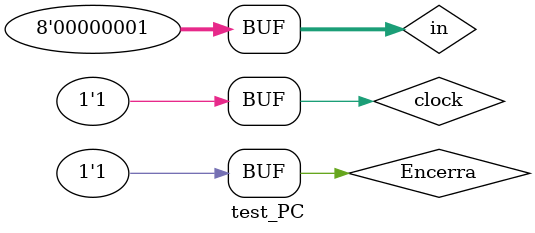
<source format=v>
module test_PC;
  reg clock;
  reg [7:0] in; 
  reg Encerra; 
  wire [7:0] out;
  initial begin
  clock = 0; in = 0; Encerra=0;
   
   #1 clock = 1;
   in = 1;
   Encerra = 0;
   
   #1 clock = 0;
   #1 clock = 1;
   in = 0;
   Encerra = 0;
   
   #1 clock = 0;
   #1 clock = 1;
   in = 1;
   Encerra = 1;
   
  end
  initial begin
  $monitor("Time=%0d clock %d entrada %d saida %d encerra %d",
  $time, clock, in, out, Encerra);
  end
  PC gate1(clock, in, out, Encerra);
endmodule
</source>
